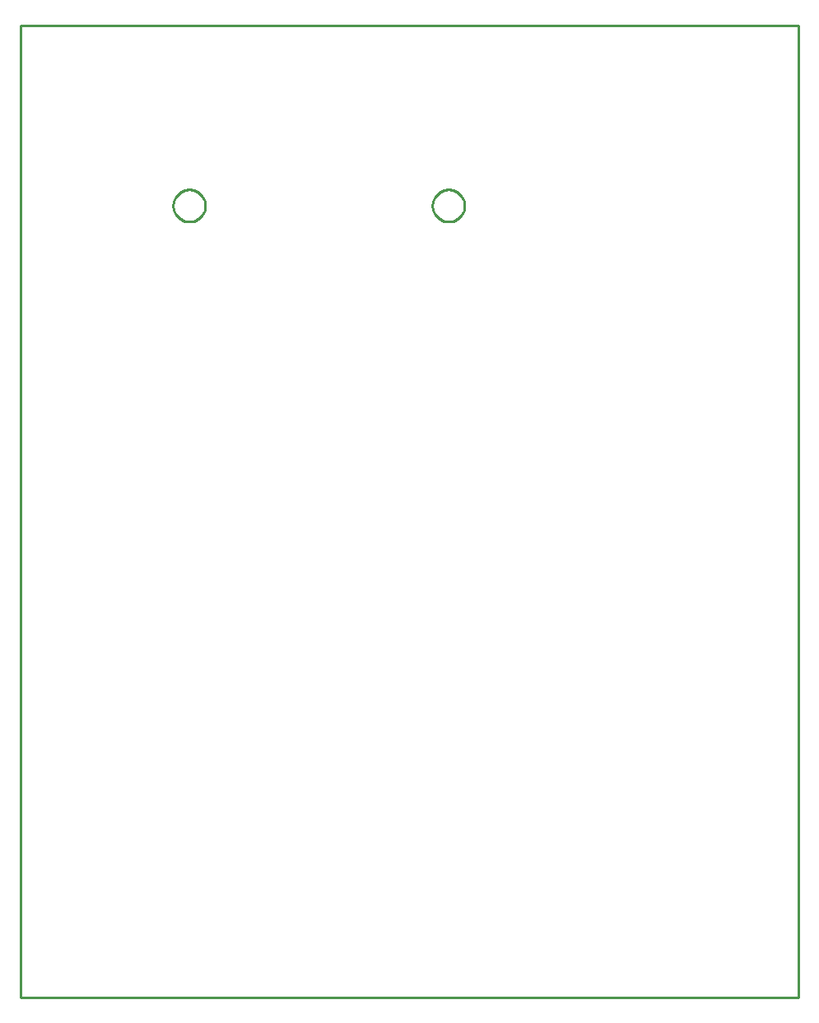
<source format=gbr>
G04 EAGLE Gerber RS-274X export*
G75*
%MOMM*%
%FSLAX34Y34*%
%LPD*%
%IN*%
%IPPOS*%
%AMOC8*
5,1,8,0,0,1.08239X$1,22.5*%
G01*
%ADD10C,0.254000*%


D10*
X0Y0D02*
X800000Y0D01*
X800000Y1000000D01*
X0Y1000000D01*
X0Y0D01*
X440540Y831010D02*
X441619Y830939D01*
X442691Y830798D01*
X443751Y830587D01*
X444795Y830308D01*
X445819Y829960D01*
X446817Y829546D01*
X447787Y829068D01*
X448723Y828528D01*
X449622Y827927D01*
X450479Y827269D01*
X451292Y826557D01*
X452057Y825792D01*
X452769Y824979D01*
X453427Y824122D01*
X454028Y823223D01*
X454568Y822287D01*
X455046Y821317D01*
X455460Y820319D01*
X455808Y819295D01*
X456087Y818251D01*
X456298Y817191D01*
X456439Y816119D01*
X456510Y815040D01*
X456510Y813960D01*
X456439Y812881D01*
X456298Y811809D01*
X456087Y810749D01*
X455808Y809705D01*
X455460Y808681D01*
X455046Y807683D01*
X454568Y806713D01*
X454028Y805777D01*
X453427Y804878D01*
X452769Y804021D01*
X452057Y803208D01*
X451292Y802444D01*
X450479Y801731D01*
X449622Y801073D01*
X448723Y800472D01*
X447787Y799932D01*
X446817Y799454D01*
X445819Y799040D01*
X444795Y798692D01*
X443751Y798413D01*
X442691Y798202D01*
X441619Y798061D01*
X440540Y797990D01*
X439460Y797990D01*
X438381Y798061D01*
X437309Y798202D01*
X436249Y798413D01*
X435205Y798692D01*
X434181Y799040D01*
X433183Y799454D01*
X432213Y799932D01*
X431277Y800472D01*
X430378Y801073D01*
X429521Y801731D01*
X428708Y802444D01*
X427944Y803208D01*
X427231Y804021D01*
X426573Y804878D01*
X425972Y805777D01*
X425432Y806713D01*
X424954Y807683D01*
X424540Y808681D01*
X424192Y809705D01*
X423913Y810749D01*
X423702Y811809D01*
X423561Y812881D01*
X423490Y813960D01*
X423490Y815040D01*
X423561Y816119D01*
X423702Y817191D01*
X423913Y818251D01*
X424192Y819295D01*
X424540Y820319D01*
X424954Y821317D01*
X425432Y822287D01*
X425972Y823223D01*
X426573Y824122D01*
X427231Y824979D01*
X427944Y825792D01*
X428708Y826557D01*
X429521Y827269D01*
X430378Y827927D01*
X431277Y828528D01*
X432213Y829068D01*
X433183Y829546D01*
X434181Y829960D01*
X435205Y830308D01*
X436249Y830587D01*
X437309Y830798D01*
X438381Y830939D01*
X439460Y831010D01*
X440540Y831010D01*
X173840Y831010D02*
X174919Y830939D01*
X175991Y830798D01*
X177051Y830587D01*
X178095Y830308D01*
X179119Y829960D01*
X180117Y829546D01*
X181087Y829068D01*
X182023Y828528D01*
X182922Y827927D01*
X183779Y827269D01*
X184592Y826557D01*
X185357Y825792D01*
X186069Y824979D01*
X186727Y824122D01*
X187328Y823223D01*
X187868Y822287D01*
X188346Y821317D01*
X188760Y820319D01*
X189108Y819295D01*
X189387Y818251D01*
X189598Y817191D01*
X189739Y816119D01*
X189810Y815040D01*
X189810Y813960D01*
X189739Y812881D01*
X189598Y811809D01*
X189387Y810749D01*
X189108Y809705D01*
X188760Y808681D01*
X188346Y807683D01*
X187868Y806713D01*
X187328Y805777D01*
X186727Y804878D01*
X186069Y804021D01*
X185357Y803208D01*
X184592Y802444D01*
X183779Y801731D01*
X182922Y801073D01*
X182023Y800472D01*
X181087Y799932D01*
X180117Y799454D01*
X179119Y799040D01*
X178095Y798692D01*
X177051Y798413D01*
X175991Y798202D01*
X174919Y798061D01*
X173840Y797990D01*
X172760Y797990D01*
X171681Y798061D01*
X170609Y798202D01*
X169549Y798413D01*
X168505Y798692D01*
X167481Y799040D01*
X166483Y799454D01*
X165513Y799932D01*
X164577Y800472D01*
X163678Y801073D01*
X162821Y801731D01*
X162008Y802444D01*
X161244Y803208D01*
X160531Y804021D01*
X159873Y804878D01*
X159272Y805777D01*
X158732Y806713D01*
X158254Y807683D01*
X157840Y808681D01*
X157492Y809705D01*
X157213Y810749D01*
X157002Y811809D01*
X156861Y812881D01*
X156790Y813960D01*
X156790Y815040D01*
X156861Y816119D01*
X157002Y817191D01*
X157213Y818251D01*
X157492Y819295D01*
X157840Y820319D01*
X158254Y821317D01*
X158732Y822287D01*
X159272Y823223D01*
X159873Y824122D01*
X160531Y824979D01*
X161244Y825792D01*
X162008Y826557D01*
X162821Y827269D01*
X163678Y827927D01*
X164577Y828528D01*
X165513Y829068D01*
X166483Y829546D01*
X167481Y829960D01*
X168505Y830308D01*
X169549Y830587D01*
X170609Y830798D01*
X171681Y830939D01*
X172760Y831010D01*
X173840Y831010D01*
M02*

</source>
